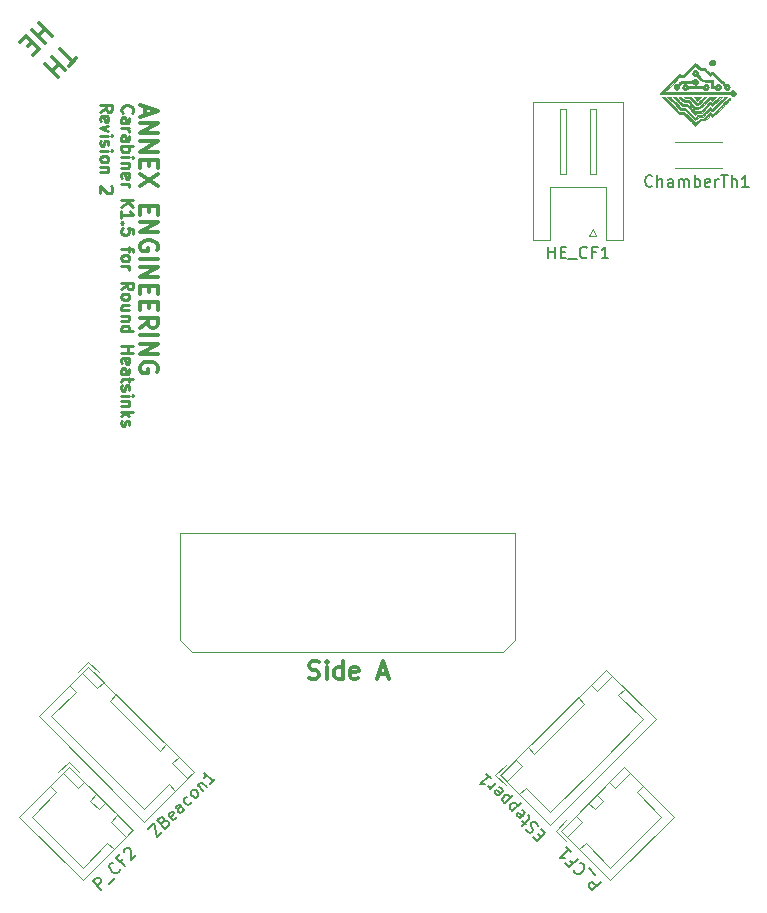
<source format=gbr>
%TF.GenerationSoftware,KiCad,Pcbnew,(6.0.8)*%
%TF.CreationDate,2023-01-17T07:54:29-05:00*%
%TF.ProjectId,K1+K2 Carabiner for Round Heatsinks,4b312b4b-3220-4436-9172-6162696e6572,rev?*%
%TF.SameCoordinates,Original*%
%TF.FileFunction,Legend,Top*%
%TF.FilePolarity,Positive*%
%FSLAX46Y46*%
G04 Gerber Fmt 4.6, Leading zero omitted, Abs format (unit mm)*
G04 Created by KiCad (PCBNEW (6.0.8)) date 2023-01-17 07:54:29*
%MOMM*%
%LPD*%
G01*
G04 APERTURE LIST*
%ADD10C,0.250000*%
%ADD11C,0.300000*%
%ADD12C,0.150000*%
%ADD13C,0.120000*%
%ADD14C,0.010000*%
G04 APERTURE END LIST*
D10*
X41330619Y-45752142D02*
X41806809Y-45418809D01*
X41330619Y-45180714D02*
X42330619Y-45180714D01*
X42330619Y-45561666D01*
X42283000Y-45656904D01*
X42235380Y-45704523D01*
X42140142Y-45752142D01*
X41997285Y-45752142D01*
X41902047Y-45704523D01*
X41854428Y-45656904D01*
X41806809Y-45561666D01*
X41806809Y-45180714D01*
X41378238Y-46561666D02*
X41330619Y-46466428D01*
X41330619Y-46275952D01*
X41378238Y-46180714D01*
X41473476Y-46133095D01*
X41854428Y-46133095D01*
X41949666Y-46180714D01*
X41997285Y-46275952D01*
X41997285Y-46466428D01*
X41949666Y-46561666D01*
X41854428Y-46609285D01*
X41759190Y-46609285D01*
X41663952Y-46133095D01*
X41997285Y-46942619D02*
X41330619Y-47180714D01*
X41997285Y-47418809D01*
X41330619Y-47799761D02*
X41997285Y-47799761D01*
X42330619Y-47799761D02*
X42283000Y-47752142D01*
X42235380Y-47799761D01*
X42283000Y-47847380D01*
X42330619Y-47799761D01*
X42235380Y-47799761D01*
X41378238Y-48228333D02*
X41330619Y-48323571D01*
X41330619Y-48514047D01*
X41378238Y-48609285D01*
X41473476Y-48656904D01*
X41521095Y-48656904D01*
X41616333Y-48609285D01*
X41663952Y-48514047D01*
X41663952Y-48371190D01*
X41711571Y-48275952D01*
X41806809Y-48228333D01*
X41854428Y-48228333D01*
X41949666Y-48275952D01*
X41997285Y-48371190D01*
X41997285Y-48514047D01*
X41949666Y-48609285D01*
X41330619Y-49085476D02*
X41997285Y-49085476D01*
X42330619Y-49085476D02*
X42283000Y-49037857D01*
X42235380Y-49085476D01*
X42283000Y-49133095D01*
X42330619Y-49085476D01*
X42235380Y-49085476D01*
X41330619Y-49704523D02*
X41378238Y-49609285D01*
X41425857Y-49561666D01*
X41521095Y-49514047D01*
X41806809Y-49514047D01*
X41902047Y-49561666D01*
X41949666Y-49609285D01*
X41997285Y-49704523D01*
X41997285Y-49847380D01*
X41949666Y-49942619D01*
X41902047Y-49990238D01*
X41806809Y-50037857D01*
X41521095Y-50037857D01*
X41425857Y-49990238D01*
X41378238Y-49942619D01*
X41330619Y-49847380D01*
X41330619Y-49704523D01*
X41997285Y-50466428D02*
X41330619Y-50466428D01*
X41902047Y-50466428D02*
X41949666Y-50514047D01*
X41997285Y-50609285D01*
X41997285Y-50752142D01*
X41949666Y-50847380D01*
X41854428Y-50895000D01*
X41330619Y-50895000D01*
X42235380Y-52085476D02*
X42283000Y-52133095D01*
X42330619Y-52228333D01*
X42330619Y-52466428D01*
X42283000Y-52561666D01*
X42235380Y-52609285D01*
X42140142Y-52656904D01*
X42044904Y-52656904D01*
X41902047Y-52609285D01*
X41330619Y-52037857D01*
X41330619Y-52656904D01*
D11*
X37203690Y-39320954D02*
X36143030Y-38260294D01*
X36648106Y-38765370D02*
X36042015Y-39371461D01*
X36597599Y-39927045D02*
X35536938Y-38866385D01*
X35536938Y-39876538D02*
X35183385Y-40230091D01*
X35587446Y-40937198D02*
X36092522Y-40432122D01*
X35031862Y-39371461D01*
X34526786Y-39876538D01*
X45110000Y-45348000D02*
X45110000Y-46062285D01*
X44681428Y-45205142D02*
X46181428Y-45705142D01*
X44681428Y-46205142D01*
X44681428Y-46705142D02*
X46181428Y-46705142D01*
X44681428Y-47562285D01*
X46181428Y-47562285D01*
X44681428Y-48276571D02*
X46181428Y-48276571D01*
X44681428Y-49133714D01*
X46181428Y-49133714D01*
X45467142Y-49848000D02*
X45467142Y-50348000D01*
X44681428Y-50562285D02*
X44681428Y-49848000D01*
X46181428Y-49848000D01*
X46181428Y-50562285D01*
X46181428Y-51062285D02*
X44681428Y-52062285D01*
X46181428Y-52062285D02*
X44681428Y-51062285D01*
X45467142Y-53776571D02*
X45467142Y-54276571D01*
X44681428Y-54490857D02*
X44681428Y-53776571D01*
X46181428Y-53776571D01*
X46181428Y-54490857D01*
X44681428Y-55133714D02*
X46181428Y-55133714D01*
X44681428Y-55990857D01*
X46181428Y-55990857D01*
X46110000Y-57490857D02*
X46181428Y-57348000D01*
X46181428Y-57133714D01*
X46110000Y-56919428D01*
X45967142Y-56776571D01*
X45824285Y-56705142D01*
X45538571Y-56633714D01*
X45324285Y-56633714D01*
X45038571Y-56705142D01*
X44895714Y-56776571D01*
X44752857Y-56919428D01*
X44681428Y-57133714D01*
X44681428Y-57276571D01*
X44752857Y-57490857D01*
X44824285Y-57562285D01*
X45324285Y-57562285D01*
X45324285Y-57276571D01*
X44681428Y-58205142D02*
X46181428Y-58205142D01*
X44681428Y-58919428D02*
X46181428Y-58919428D01*
X44681428Y-59776571D01*
X46181428Y-59776571D01*
X45467142Y-60490857D02*
X45467142Y-60990857D01*
X44681428Y-61205142D02*
X44681428Y-60490857D01*
X46181428Y-60490857D01*
X46181428Y-61205142D01*
X45467142Y-61848000D02*
X45467142Y-62348000D01*
X44681428Y-62562285D02*
X44681428Y-61848000D01*
X46181428Y-61848000D01*
X46181428Y-62562285D01*
X44681428Y-64062285D02*
X45395714Y-63562285D01*
X44681428Y-63205142D02*
X46181428Y-63205142D01*
X46181428Y-63776571D01*
X46110000Y-63919428D01*
X46038571Y-63990857D01*
X45895714Y-64062285D01*
X45681428Y-64062285D01*
X45538571Y-63990857D01*
X45467142Y-63919428D01*
X45395714Y-63776571D01*
X45395714Y-63205142D01*
X44681428Y-64705142D02*
X46181428Y-64705142D01*
X44681428Y-65419428D02*
X46181428Y-65419428D01*
X44681428Y-66276571D01*
X46181428Y-66276571D01*
X46110000Y-67776571D02*
X46181428Y-67633714D01*
X46181428Y-67419428D01*
X46110000Y-67205142D01*
X45967142Y-67062285D01*
X45824285Y-66990857D01*
X45538571Y-66919428D01*
X45324285Y-66919428D01*
X45038571Y-66990857D01*
X44895714Y-67062285D01*
X44752857Y-67205142D01*
X44681428Y-67419428D01*
X44681428Y-67562285D01*
X44752857Y-67776571D01*
X44824285Y-67848000D01*
X45324285Y-67848000D01*
X45324285Y-67562285D01*
D10*
X43203857Y-45848619D02*
X43156238Y-45801000D01*
X43108619Y-45658142D01*
X43108619Y-45562904D01*
X43156238Y-45420047D01*
X43251476Y-45324809D01*
X43346714Y-45277190D01*
X43537190Y-45229571D01*
X43680047Y-45229571D01*
X43870523Y-45277190D01*
X43965761Y-45324809D01*
X44061000Y-45420047D01*
X44108619Y-45562904D01*
X44108619Y-45658142D01*
X44061000Y-45801000D01*
X44013380Y-45848619D01*
X43108619Y-46705761D02*
X43632428Y-46705761D01*
X43727666Y-46658142D01*
X43775285Y-46562904D01*
X43775285Y-46372428D01*
X43727666Y-46277190D01*
X43156238Y-46705761D02*
X43108619Y-46610523D01*
X43108619Y-46372428D01*
X43156238Y-46277190D01*
X43251476Y-46229571D01*
X43346714Y-46229571D01*
X43441952Y-46277190D01*
X43489571Y-46372428D01*
X43489571Y-46610523D01*
X43537190Y-46705761D01*
X43108619Y-47181952D02*
X43775285Y-47181952D01*
X43584809Y-47181952D02*
X43680047Y-47229571D01*
X43727666Y-47277190D01*
X43775285Y-47372428D01*
X43775285Y-47467666D01*
X43108619Y-48229571D02*
X43632428Y-48229571D01*
X43727666Y-48181952D01*
X43775285Y-48086714D01*
X43775285Y-47896238D01*
X43727666Y-47801000D01*
X43156238Y-48229571D02*
X43108619Y-48134333D01*
X43108619Y-47896238D01*
X43156238Y-47801000D01*
X43251476Y-47753380D01*
X43346714Y-47753380D01*
X43441952Y-47801000D01*
X43489571Y-47896238D01*
X43489571Y-48134333D01*
X43537190Y-48229571D01*
X43108619Y-48705761D02*
X44108619Y-48705761D01*
X43727666Y-48705761D02*
X43775285Y-48801000D01*
X43775285Y-48991476D01*
X43727666Y-49086714D01*
X43680047Y-49134333D01*
X43584809Y-49181952D01*
X43299095Y-49181952D01*
X43203857Y-49134333D01*
X43156238Y-49086714D01*
X43108619Y-48991476D01*
X43108619Y-48801000D01*
X43156238Y-48705761D01*
X43108619Y-49610523D02*
X43775285Y-49610523D01*
X44108619Y-49610523D02*
X44061000Y-49562904D01*
X44013380Y-49610523D01*
X44061000Y-49658142D01*
X44108619Y-49610523D01*
X44013380Y-49610523D01*
X43775285Y-50086714D02*
X43108619Y-50086714D01*
X43680047Y-50086714D02*
X43727666Y-50134333D01*
X43775285Y-50229571D01*
X43775285Y-50372428D01*
X43727666Y-50467666D01*
X43632428Y-50515285D01*
X43108619Y-50515285D01*
X43156238Y-51372428D02*
X43108619Y-51277190D01*
X43108619Y-51086714D01*
X43156238Y-50991476D01*
X43251476Y-50943857D01*
X43632428Y-50943857D01*
X43727666Y-50991476D01*
X43775285Y-51086714D01*
X43775285Y-51277190D01*
X43727666Y-51372428D01*
X43632428Y-51420047D01*
X43537190Y-51420047D01*
X43441952Y-50943857D01*
X43108619Y-51848619D02*
X43775285Y-51848619D01*
X43584809Y-51848619D02*
X43680047Y-51896238D01*
X43727666Y-51943857D01*
X43775285Y-52039095D01*
X43775285Y-52134333D01*
X43108619Y-53229571D02*
X44108619Y-53229571D01*
X43108619Y-53801000D02*
X43680047Y-53372428D01*
X44108619Y-53801000D02*
X43537190Y-53229571D01*
X43108619Y-54753380D02*
X43108619Y-54181952D01*
X43108619Y-54467666D02*
X44108619Y-54467666D01*
X43965761Y-54372428D01*
X43870523Y-54277190D01*
X43822904Y-54181952D01*
X43203857Y-55181952D02*
X43156238Y-55229571D01*
X43108619Y-55181952D01*
X43156238Y-55134333D01*
X43203857Y-55181952D01*
X43108619Y-55181952D01*
X44108619Y-56134333D02*
X44108619Y-55658142D01*
X43632428Y-55610523D01*
X43680047Y-55658142D01*
X43727666Y-55753380D01*
X43727666Y-55991476D01*
X43680047Y-56086714D01*
X43632428Y-56134333D01*
X43537190Y-56181952D01*
X43299095Y-56181952D01*
X43203857Y-56134333D01*
X43156238Y-56086714D01*
X43108619Y-55991476D01*
X43108619Y-55753380D01*
X43156238Y-55658142D01*
X43203857Y-55610523D01*
X43775285Y-57229571D02*
X43775285Y-57610523D01*
X43108619Y-57372428D02*
X43965761Y-57372428D01*
X44061000Y-57420047D01*
X44108619Y-57515285D01*
X44108619Y-57610523D01*
X43108619Y-58086714D02*
X43156238Y-57991476D01*
X43203857Y-57943857D01*
X43299095Y-57896238D01*
X43584809Y-57896238D01*
X43680047Y-57943857D01*
X43727666Y-57991476D01*
X43775285Y-58086714D01*
X43775285Y-58229571D01*
X43727666Y-58324809D01*
X43680047Y-58372428D01*
X43584809Y-58420047D01*
X43299095Y-58420047D01*
X43203857Y-58372428D01*
X43156238Y-58324809D01*
X43108619Y-58229571D01*
X43108619Y-58086714D01*
X43108619Y-58848619D02*
X43775285Y-58848619D01*
X43584809Y-58848619D02*
X43680047Y-58896238D01*
X43727666Y-58943857D01*
X43775285Y-59039095D01*
X43775285Y-59134333D01*
X43108619Y-60800999D02*
X43584809Y-60467666D01*
X43108619Y-60229571D02*
X44108619Y-60229571D01*
X44108619Y-60610523D01*
X44061000Y-60705761D01*
X44013380Y-60753380D01*
X43918142Y-60800999D01*
X43775285Y-60800999D01*
X43680047Y-60753380D01*
X43632428Y-60705761D01*
X43584809Y-60610523D01*
X43584809Y-60229571D01*
X43108619Y-61372428D02*
X43156238Y-61277190D01*
X43203857Y-61229571D01*
X43299095Y-61181952D01*
X43584809Y-61181952D01*
X43680047Y-61229571D01*
X43727666Y-61277190D01*
X43775285Y-61372428D01*
X43775285Y-61515285D01*
X43727666Y-61610523D01*
X43680047Y-61658142D01*
X43584809Y-61705761D01*
X43299095Y-61705761D01*
X43203857Y-61658142D01*
X43156238Y-61610523D01*
X43108619Y-61515285D01*
X43108619Y-61372428D01*
X43775285Y-62562904D02*
X43108619Y-62562904D01*
X43775285Y-62134333D02*
X43251476Y-62134333D01*
X43156238Y-62181952D01*
X43108619Y-62277190D01*
X43108619Y-62420047D01*
X43156238Y-62515285D01*
X43203857Y-62562904D01*
X43775285Y-63039095D02*
X43108619Y-63039095D01*
X43680047Y-63039095D02*
X43727666Y-63086714D01*
X43775285Y-63181952D01*
X43775285Y-63324809D01*
X43727666Y-63420047D01*
X43632428Y-63467666D01*
X43108619Y-63467666D01*
X43108619Y-64372428D02*
X44108619Y-64372428D01*
X43156238Y-64372428D02*
X43108619Y-64277190D01*
X43108619Y-64086714D01*
X43156238Y-63991476D01*
X43203857Y-63943857D01*
X43299095Y-63896238D01*
X43584809Y-63896238D01*
X43680047Y-63943857D01*
X43727666Y-63991476D01*
X43775285Y-64086714D01*
X43775285Y-64277190D01*
X43727666Y-64372428D01*
X43108619Y-65610523D02*
X44108619Y-65610523D01*
X43632428Y-65610523D02*
X43632428Y-66181952D01*
X43108619Y-66181952D02*
X44108619Y-66181952D01*
X43156238Y-67039095D02*
X43108619Y-66943857D01*
X43108619Y-66753380D01*
X43156238Y-66658142D01*
X43251476Y-66610523D01*
X43632428Y-66610523D01*
X43727666Y-66658142D01*
X43775285Y-66753380D01*
X43775285Y-66943857D01*
X43727666Y-67039095D01*
X43632428Y-67086714D01*
X43537190Y-67086714D01*
X43441952Y-66610523D01*
X43108619Y-67943857D02*
X43632428Y-67943857D01*
X43727666Y-67896238D01*
X43775285Y-67800999D01*
X43775285Y-67610523D01*
X43727666Y-67515285D01*
X43156238Y-67943857D02*
X43108619Y-67848619D01*
X43108619Y-67610523D01*
X43156238Y-67515285D01*
X43251476Y-67467666D01*
X43346714Y-67467666D01*
X43441952Y-67515285D01*
X43489571Y-67610523D01*
X43489571Y-67848619D01*
X43537190Y-67943857D01*
X43775285Y-68277190D02*
X43775285Y-68658142D01*
X44108619Y-68420047D02*
X43251476Y-68420047D01*
X43156238Y-68467666D01*
X43108619Y-68562904D01*
X43108619Y-68658142D01*
X43156238Y-68943857D02*
X43108619Y-69039095D01*
X43108619Y-69229571D01*
X43156238Y-69324809D01*
X43251476Y-69372428D01*
X43299095Y-69372428D01*
X43394333Y-69324809D01*
X43441952Y-69229571D01*
X43441952Y-69086714D01*
X43489571Y-68991476D01*
X43584809Y-68943857D01*
X43632428Y-68943857D01*
X43727666Y-68991476D01*
X43775285Y-69086714D01*
X43775285Y-69229571D01*
X43727666Y-69324809D01*
X43108619Y-69800999D02*
X43775285Y-69800999D01*
X44108619Y-69800999D02*
X44061000Y-69753380D01*
X44013380Y-69800999D01*
X44061000Y-69848619D01*
X44108619Y-69800999D01*
X44013380Y-69800999D01*
X43775285Y-70277190D02*
X43108619Y-70277190D01*
X43680047Y-70277190D02*
X43727666Y-70324809D01*
X43775285Y-70420047D01*
X43775285Y-70562904D01*
X43727666Y-70658142D01*
X43632428Y-70705761D01*
X43108619Y-70705761D01*
X43108619Y-71181952D02*
X44108619Y-71181952D01*
X43489571Y-71277190D02*
X43108619Y-71562904D01*
X43775285Y-71562904D02*
X43394333Y-71181952D01*
X43156238Y-71943857D02*
X43108619Y-72039095D01*
X43108619Y-72229571D01*
X43156238Y-72324809D01*
X43251476Y-72372428D01*
X43299095Y-72372428D01*
X43394333Y-72324809D01*
X43441952Y-72229571D01*
X43441952Y-72086714D01*
X43489571Y-71991476D01*
X43584809Y-71943857D01*
X43632428Y-71943857D01*
X43727666Y-71991476D01*
X43775285Y-72086714D01*
X43775285Y-72229571D01*
X43727666Y-72324809D01*
D11*
X58988571Y-93717142D02*
X59202857Y-93788571D01*
X59560000Y-93788571D01*
X59702857Y-93717142D01*
X59774285Y-93645714D01*
X59845714Y-93502857D01*
X59845714Y-93360000D01*
X59774285Y-93217142D01*
X59702857Y-93145714D01*
X59560000Y-93074285D01*
X59274285Y-93002857D01*
X59131428Y-92931428D01*
X59060000Y-92860000D01*
X58988571Y-92717142D01*
X58988571Y-92574285D01*
X59060000Y-92431428D01*
X59131428Y-92360000D01*
X59274285Y-92288571D01*
X59631428Y-92288571D01*
X59845714Y-92360000D01*
X60488571Y-93788571D02*
X60488571Y-92788571D01*
X60488571Y-92288571D02*
X60417142Y-92360000D01*
X60488571Y-92431428D01*
X60560000Y-92360000D01*
X60488571Y-92288571D01*
X60488571Y-92431428D01*
X61845714Y-93788571D02*
X61845714Y-92288571D01*
X61845714Y-93717142D02*
X61702857Y-93788571D01*
X61417142Y-93788571D01*
X61274285Y-93717142D01*
X61202857Y-93645714D01*
X61131428Y-93502857D01*
X61131428Y-93074285D01*
X61202857Y-92931428D01*
X61274285Y-92860000D01*
X61417142Y-92788571D01*
X61702857Y-92788571D01*
X61845714Y-92860000D01*
X63131428Y-93717142D02*
X62988571Y-93788571D01*
X62702857Y-93788571D01*
X62560000Y-93717142D01*
X62488571Y-93574285D01*
X62488571Y-93002857D01*
X62560000Y-92860000D01*
X62702857Y-92788571D01*
X62988571Y-92788571D01*
X63131428Y-92860000D01*
X63202857Y-93002857D01*
X63202857Y-93145714D01*
X62488571Y-93288571D01*
X64917142Y-93360000D02*
X65631428Y-93360000D01*
X64774285Y-93788571D02*
X65274285Y-92288571D01*
X65774285Y-93788571D01*
X39285467Y-41251208D02*
X38679375Y-41857299D01*
X37921761Y-40493593D02*
X38982421Y-41554253D01*
X37265162Y-41150192D02*
X38325822Y-42210852D01*
X37820746Y-41705776D02*
X37214654Y-42311868D01*
X36659070Y-41756284D02*
X37719730Y-42816944D01*
D12*
%TO.C,P_CF2*%
X41416996Y-111622766D02*
X40709889Y-110915660D01*
X40979263Y-110646286D01*
X41080278Y-110612614D01*
X41147622Y-110612614D01*
X41248637Y-110646286D01*
X41349652Y-110747301D01*
X41383324Y-110848316D01*
X41383324Y-110915660D01*
X41349652Y-111016675D01*
X41080278Y-111286049D01*
X42023087Y-111151362D02*
X42561835Y-110612614D01*
X42999568Y-109905507D02*
X42999568Y-109972851D01*
X42932225Y-110107538D01*
X42864881Y-110174881D01*
X42730194Y-110242225D01*
X42595507Y-110242225D01*
X42494492Y-110208553D01*
X42326133Y-110107538D01*
X42225118Y-110006522D01*
X42124103Y-109838164D01*
X42090431Y-109737148D01*
X42090431Y-109602461D01*
X42157774Y-109467774D01*
X42225118Y-109400431D01*
X42359805Y-109333087D01*
X42427148Y-109333087D01*
X43235270Y-109063713D02*
X42999568Y-109299416D01*
X43369957Y-109669805D02*
X42662851Y-108962698D01*
X42999568Y-108625981D01*
X43302614Y-108457622D02*
X43302614Y-108390278D01*
X43336286Y-108289263D01*
X43504644Y-108120904D01*
X43605660Y-108087233D01*
X43673003Y-108087233D01*
X43774018Y-108120904D01*
X43841362Y-108188248D01*
X43908705Y-108322935D01*
X43908705Y-109131057D01*
X44346438Y-108693324D01*
%TO.C,EStepper1*%
X78641201Y-107190217D02*
X78405499Y-106954514D01*
X78674873Y-106483110D02*
X79011591Y-106819827D01*
X78304484Y-107526934D01*
X77967766Y-107190217D01*
X78371827Y-106247408D02*
X78304484Y-106112721D01*
X78136125Y-105944362D01*
X78035110Y-105910690D01*
X77967766Y-105910690D01*
X77866751Y-105944362D01*
X77799408Y-106011705D01*
X77765736Y-106112721D01*
X77765736Y-106180064D01*
X77799408Y-106281079D01*
X77900423Y-106449438D01*
X77934095Y-106550453D01*
X77934095Y-106617797D01*
X77900423Y-106718812D01*
X77833079Y-106786156D01*
X77732064Y-106819827D01*
X77664721Y-106819827D01*
X77563705Y-106786156D01*
X77395347Y-106617797D01*
X77328003Y-106483110D01*
X77328003Y-106079049D02*
X77058629Y-105809675D01*
X76991286Y-106213736D02*
X77597377Y-105607644D01*
X77631049Y-105506629D01*
X77597377Y-105405614D01*
X77530034Y-105338270D01*
X76991286Y-104866866D02*
X77092301Y-104900538D01*
X77226988Y-105035225D01*
X77260660Y-105136240D01*
X77226988Y-105237255D01*
X76957614Y-105506629D01*
X76856599Y-105540301D01*
X76755583Y-105506629D01*
X76620896Y-105371942D01*
X76587225Y-105270927D01*
X76620896Y-105169912D01*
X76688240Y-105102568D01*
X77092301Y-105371942D01*
X76216835Y-104967881D02*
X76923942Y-104260774D01*
X76250507Y-104934209D02*
X76149492Y-104900538D01*
X76014805Y-104765851D01*
X75981133Y-104664835D01*
X75981133Y-104597492D01*
X76014805Y-104496477D01*
X76216835Y-104294446D01*
X76317851Y-104260774D01*
X76385194Y-104260774D01*
X76486209Y-104294446D01*
X76620896Y-104429133D01*
X76654568Y-104530148D01*
X75577072Y-104328118D02*
X76284179Y-103621011D01*
X75610744Y-104294446D02*
X75509729Y-104260774D01*
X75375042Y-104126087D01*
X75341370Y-104025072D01*
X75341370Y-103957729D01*
X75375042Y-103856713D01*
X75577072Y-103654683D01*
X75678087Y-103621011D01*
X75745431Y-103621011D01*
X75846446Y-103654683D01*
X75981133Y-103789370D01*
X76014805Y-103890385D01*
X75105668Y-102981248D02*
X75206683Y-103014920D01*
X75341370Y-103149607D01*
X75375042Y-103250622D01*
X75341370Y-103351637D01*
X75071996Y-103621011D01*
X74970981Y-103654683D01*
X74869965Y-103621011D01*
X74735278Y-103486324D01*
X74701607Y-103385309D01*
X74735278Y-103284294D01*
X74802622Y-103216950D01*
X75206683Y-103486324D01*
X74802622Y-102610859D02*
X74331217Y-103082263D01*
X74465904Y-102947576D02*
X74364889Y-102981248D01*
X74297546Y-102981248D01*
X74196530Y-102947576D01*
X74129187Y-102880233D01*
X73994500Y-101802736D02*
X74398561Y-102206798D01*
X74196530Y-102004767D02*
X73489424Y-102711874D01*
X73657782Y-102678202D01*
X73792469Y-102678202D01*
X73893485Y-102711874D01*
%TO.C,ChamberTh1*%
X88059095Y-52046142D02*
X88011476Y-52093761D01*
X87868619Y-52141380D01*
X87773380Y-52141380D01*
X87630523Y-52093761D01*
X87535285Y-51998523D01*
X87487666Y-51903285D01*
X87440047Y-51712809D01*
X87440047Y-51569952D01*
X87487666Y-51379476D01*
X87535285Y-51284238D01*
X87630523Y-51189000D01*
X87773380Y-51141380D01*
X87868619Y-51141380D01*
X88011476Y-51189000D01*
X88059095Y-51236619D01*
X88487666Y-52141380D02*
X88487666Y-51141380D01*
X88916238Y-52141380D02*
X88916238Y-51617571D01*
X88868619Y-51522333D01*
X88773380Y-51474714D01*
X88630523Y-51474714D01*
X88535285Y-51522333D01*
X88487666Y-51569952D01*
X89821000Y-52141380D02*
X89821000Y-51617571D01*
X89773380Y-51522333D01*
X89678142Y-51474714D01*
X89487666Y-51474714D01*
X89392428Y-51522333D01*
X89821000Y-52093761D02*
X89725761Y-52141380D01*
X89487666Y-52141380D01*
X89392428Y-52093761D01*
X89344809Y-51998523D01*
X89344809Y-51903285D01*
X89392428Y-51808047D01*
X89487666Y-51760428D01*
X89725761Y-51760428D01*
X89821000Y-51712809D01*
X90297190Y-52141380D02*
X90297190Y-51474714D01*
X90297190Y-51569952D02*
X90344809Y-51522333D01*
X90440047Y-51474714D01*
X90582904Y-51474714D01*
X90678142Y-51522333D01*
X90725761Y-51617571D01*
X90725761Y-52141380D01*
X90725761Y-51617571D02*
X90773380Y-51522333D01*
X90868619Y-51474714D01*
X91011476Y-51474714D01*
X91106714Y-51522333D01*
X91154333Y-51617571D01*
X91154333Y-52141380D01*
X91630523Y-52141380D02*
X91630523Y-51141380D01*
X91630523Y-51522333D02*
X91725761Y-51474714D01*
X91916238Y-51474714D01*
X92011476Y-51522333D01*
X92059095Y-51569952D01*
X92106714Y-51665190D01*
X92106714Y-51950904D01*
X92059095Y-52046142D01*
X92011476Y-52093761D01*
X91916238Y-52141380D01*
X91725761Y-52141380D01*
X91630523Y-52093761D01*
X92916238Y-52093761D02*
X92821000Y-52141380D01*
X92630523Y-52141380D01*
X92535285Y-52093761D01*
X92487666Y-51998523D01*
X92487666Y-51617571D01*
X92535285Y-51522333D01*
X92630523Y-51474714D01*
X92821000Y-51474714D01*
X92916238Y-51522333D01*
X92963857Y-51617571D01*
X92963857Y-51712809D01*
X92487666Y-51808047D01*
X93392428Y-52141380D02*
X93392428Y-51474714D01*
X93392428Y-51665190D02*
X93440047Y-51569952D01*
X93487666Y-51522333D01*
X93582904Y-51474714D01*
X93678142Y-51474714D01*
X93868619Y-51141380D02*
X94440047Y-51141380D01*
X94154333Y-52141380D02*
X94154333Y-51141380D01*
X94773380Y-52141380D02*
X94773380Y-51141380D01*
X95201952Y-52141380D02*
X95201952Y-51617571D01*
X95154333Y-51522333D01*
X95059095Y-51474714D01*
X94916238Y-51474714D01*
X94821000Y-51522333D01*
X94773380Y-51569952D01*
X96201952Y-52141380D02*
X95630523Y-52141380D01*
X95916238Y-52141380D02*
X95916238Y-51141380D01*
X95821000Y-51284238D01*
X95725761Y-51379476D01*
X95630523Y-51427095D01*
%TO.C,ZBeacon1*%
X45381065Y-106498485D02*
X45852469Y-106027080D01*
X46088172Y-107205592D01*
X46559576Y-106734187D01*
X46694263Y-105858722D02*
X46828950Y-105791378D01*
X46896294Y-105791378D01*
X46997309Y-105825050D01*
X47098324Y-105926065D01*
X47131996Y-106027080D01*
X47131996Y-106094424D01*
X47098324Y-106195439D01*
X46828950Y-106464813D01*
X46121843Y-105757706D01*
X46357546Y-105522004D01*
X46458561Y-105488332D01*
X46525904Y-105488332D01*
X46626920Y-105522004D01*
X46694263Y-105589348D01*
X46727935Y-105690363D01*
X46727935Y-105757706D01*
X46694263Y-105858722D01*
X46458561Y-106094424D01*
X47771759Y-105454661D02*
X47738087Y-105555676D01*
X47603400Y-105690363D01*
X47502385Y-105724035D01*
X47401370Y-105690363D01*
X47131996Y-105420989D01*
X47098324Y-105319974D01*
X47131996Y-105218958D01*
X47266683Y-105084271D01*
X47367698Y-105050600D01*
X47468713Y-105084271D01*
X47536057Y-105151615D01*
X47266683Y-105555676D01*
X48445194Y-104848569D02*
X48074805Y-104478180D01*
X47973790Y-104444508D01*
X47872774Y-104478180D01*
X47738087Y-104612867D01*
X47704416Y-104713882D01*
X48411522Y-104814897D02*
X48377851Y-104915913D01*
X48209492Y-105084271D01*
X48108477Y-105117943D01*
X48007461Y-105084271D01*
X47940118Y-105016928D01*
X47906446Y-104915913D01*
X47940118Y-104814897D01*
X48108477Y-104646539D01*
X48142148Y-104545523D01*
X49051286Y-104175134D02*
X49017614Y-104276149D01*
X48882927Y-104410836D01*
X48781912Y-104444508D01*
X48714568Y-104444508D01*
X48613553Y-104410836D01*
X48411522Y-104208806D01*
X48377851Y-104107791D01*
X48377851Y-104040447D01*
X48411522Y-103939432D01*
X48546209Y-103804745D01*
X48647225Y-103771073D01*
X49489018Y-103804745D02*
X49388003Y-103838417D01*
X49320660Y-103838417D01*
X49219644Y-103804745D01*
X49017614Y-103602714D01*
X48983942Y-103501699D01*
X48983942Y-103434356D01*
X49017614Y-103333340D01*
X49118629Y-103232325D01*
X49219644Y-103198653D01*
X49286988Y-103198653D01*
X49388003Y-103232325D01*
X49590034Y-103434356D01*
X49623705Y-103535371D01*
X49623705Y-103602714D01*
X49590034Y-103703730D01*
X49489018Y-103804745D01*
X49556362Y-102794592D02*
X50027766Y-103265997D01*
X49623705Y-102861936D02*
X49623705Y-102794592D01*
X49657377Y-102693577D01*
X49758392Y-102592562D01*
X49859408Y-102558890D01*
X49960423Y-102592562D01*
X50330812Y-102962951D01*
X51037919Y-102255844D02*
X50633858Y-102659905D01*
X50835888Y-102457875D02*
X50128782Y-101750768D01*
X50162453Y-101919127D01*
X50162453Y-102053814D01*
X50128782Y-102154829D01*
%TO.C,HE_CF1*%
X79244190Y-58181380D02*
X79244190Y-57181380D01*
X79244190Y-57657571D02*
X79815619Y-57657571D01*
X79815619Y-58181380D02*
X79815619Y-57181380D01*
X80291809Y-57657571D02*
X80625142Y-57657571D01*
X80768000Y-58181380D02*
X80291809Y-58181380D01*
X80291809Y-57181380D01*
X80768000Y-57181380D01*
X80958476Y-58276619D02*
X81720380Y-58276619D01*
X82529904Y-58086142D02*
X82482285Y-58133761D01*
X82339428Y-58181380D01*
X82244190Y-58181380D01*
X82101333Y-58133761D01*
X82006095Y-58038523D01*
X81958476Y-57943285D01*
X81910857Y-57752809D01*
X81910857Y-57609952D01*
X81958476Y-57419476D01*
X82006095Y-57324238D01*
X82101333Y-57229000D01*
X82244190Y-57181380D01*
X82339428Y-57181380D01*
X82482285Y-57229000D01*
X82529904Y-57276619D01*
X83291809Y-57657571D02*
X82958476Y-57657571D01*
X82958476Y-58181380D02*
X82958476Y-57181380D01*
X83434666Y-57181380D01*
X84339428Y-58181380D02*
X83768000Y-58181380D01*
X84053714Y-58181380D02*
X84053714Y-57181380D01*
X83958476Y-57324238D01*
X83863238Y-57419476D01*
X83768000Y-57467095D01*
%TO.C,P_CF1*%
X83682766Y-110983003D02*
X82975660Y-111690110D01*
X82706286Y-111420736D01*
X82672614Y-111319721D01*
X82672614Y-111252377D01*
X82706286Y-111151362D01*
X82807301Y-111050347D01*
X82908316Y-111016675D01*
X82975660Y-111016675D01*
X83076675Y-111050347D01*
X83346049Y-111319721D01*
X83211362Y-110376912D02*
X82672614Y-109838164D01*
X81965507Y-109400431D02*
X82032851Y-109400431D01*
X82167538Y-109467774D01*
X82234881Y-109535118D01*
X82302225Y-109669805D01*
X82302225Y-109804492D01*
X82268553Y-109905507D01*
X82167538Y-110073866D01*
X82066522Y-110174881D01*
X81898164Y-110275896D01*
X81797148Y-110309568D01*
X81662461Y-110309568D01*
X81527774Y-110242225D01*
X81460431Y-110174881D01*
X81393087Y-110040194D01*
X81393087Y-109972851D01*
X81123713Y-109164729D02*
X81359416Y-109400431D01*
X81729805Y-109030042D02*
X81022698Y-109737148D01*
X80685981Y-109400431D01*
X80753324Y-108053561D02*
X81157385Y-108457622D01*
X80955355Y-108255591D02*
X80248248Y-108962698D01*
X80416607Y-108929026D01*
X80551294Y-108929026D01*
X80652309Y-108962698D01*
D13*
%TO.C,P_CF2*%
X40997742Y-103572918D02*
X40467412Y-104103249D01*
X39831016Y-110834905D02*
X44052443Y-106613478D01*
X39548173Y-101699086D02*
X38664289Y-100815202D01*
X37603629Y-103360786D02*
X35517664Y-105446751D01*
X42447311Y-108204468D02*
X41916981Y-107674138D01*
X38664289Y-101225324D02*
X34442862Y-105446751D01*
X34442862Y-105446751D02*
X39831016Y-110834905D01*
X42765509Y-105340685D02*
X42235179Y-105871016D01*
X40467412Y-104103249D02*
X41174518Y-104810355D01*
X37073299Y-102830456D02*
X37603629Y-103360786D01*
X39937082Y-102512258D02*
X38664289Y-101239466D01*
X35517664Y-105446751D02*
X37674340Y-107603427D01*
X41916981Y-107674138D02*
X39831016Y-109760103D01*
X38133959Y-101769796D02*
X39406751Y-103042588D01*
X38664289Y-101239466D02*
X38133959Y-101769796D01*
X38664289Y-100815202D02*
X37780406Y-101699086D01*
X39831016Y-109760103D02*
X37674340Y-107603427D01*
X41174518Y-104810355D02*
X41704848Y-104280025D01*
X43507971Y-107143808D02*
X44038301Y-106613478D01*
X39406751Y-103042588D02*
X39937082Y-102512258D01*
X42235179Y-105871016D02*
X43507971Y-107143808D01*
X44052443Y-106613478D02*
X38664289Y-101225324D01*
X44038301Y-106613478D02*
X42765509Y-105340685D01*
X41704848Y-104280025D02*
X40997742Y-103572918D01*
%TO.C,EStepper1*%
X75734796Y-102455041D02*
X77007588Y-101182249D01*
X85705002Y-94606155D02*
X85174672Y-95136486D01*
X74780202Y-101924711D02*
X75664086Y-102808594D01*
X81780559Y-95348618D02*
X77537918Y-99591258D01*
X82841219Y-94287957D02*
X83371549Y-94818288D01*
X85174672Y-95136486D02*
X87260637Y-97222451D01*
X88335439Y-97222451D02*
X84114012Y-93001023D01*
X78068249Y-100121588D02*
X82310889Y-95878948D01*
X77537918Y-99591258D02*
X78068249Y-100121588D01*
X75204466Y-101924711D02*
X75734796Y-102455041D01*
X76795456Y-103515701D02*
X77325786Y-102985371D01*
X77007588Y-101182249D02*
X76477258Y-100651918D01*
X77325786Y-102985371D02*
X79411751Y-105071336D01*
X84114012Y-93001023D02*
X75190324Y-101924711D01*
X75190324Y-101924711D02*
X79411751Y-106146138D01*
X84114012Y-93015165D02*
X82841219Y-94287957D01*
X82310889Y-95878948D02*
X81780559Y-95348618D01*
X83371549Y-94818288D02*
X84644342Y-93545495D01*
X76477258Y-100651918D02*
X75204466Y-101924711D01*
X84644342Y-93545495D02*
X84114012Y-93015165D01*
X79411751Y-105071336D02*
X83336194Y-101146893D01*
X87260637Y-97222451D02*
X83336194Y-101146893D01*
X79411751Y-106146138D02*
X88335439Y-97222451D01*
X75664086Y-101040827D02*
X74780202Y-101924711D01*
%TO.C,Carabiner_Input1*%
X75415000Y-91530000D02*
X49045000Y-91530000D01*
X76415000Y-90530000D02*
X75415000Y-91530000D01*
X48045000Y-90530000D02*
X48045000Y-81400000D01*
X48045000Y-81400000D02*
X76415000Y-81400000D01*
X76415000Y-81400000D02*
X76415000Y-90530000D01*
X49045000Y-91530000D02*
X48045000Y-90530000D01*
%TO.C,ChamberTh1*%
X93948000Y-48303000D02*
X89948000Y-48303000D01*
X89948000Y-50538000D02*
X93948000Y-50538000D01*
%TO.C,ZBeacon1*%
X49230416Y-101665131D02*
X47957624Y-100392338D01*
X38729880Y-94346575D02*
X39260210Y-94876905D01*
X36099443Y-96962870D02*
X45023130Y-105886558D01*
X45023130Y-105886558D02*
X49244558Y-101665131D01*
X41204754Y-93215205D02*
X40320870Y-92331321D01*
X49244558Y-101665131D02*
X40320870Y-92741443D01*
X40320870Y-92331321D02*
X39436987Y-93215205D01*
X47639426Y-103256121D02*
X47109095Y-102725791D01*
X41593663Y-94028377D02*
X40320870Y-92755585D01*
X47957624Y-100392338D02*
X47427293Y-100922668D01*
X39260210Y-94876905D02*
X37174245Y-96962870D01*
X46896963Y-99331678D02*
X42654323Y-95089037D01*
X37174245Y-96962870D02*
X41098688Y-100887313D01*
X40320870Y-92755585D02*
X39790540Y-93285915D01*
X46366633Y-99862008D02*
X46896963Y-99331678D01*
X47109095Y-102725791D02*
X45023130Y-104811756D01*
X39790540Y-93285915D02*
X41063332Y-94558707D01*
X48700086Y-102195461D02*
X49230416Y-101665131D01*
X47427293Y-100922668D02*
X48700086Y-102195461D01*
X40320870Y-92741443D02*
X36099443Y-96962870D01*
X42123993Y-95619368D02*
X46366633Y-99862008D01*
X41063332Y-94558707D02*
X41593663Y-94028377D01*
X45023130Y-104811756D02*
X41098688Y-100887313D01*
X42654323Y-95089037D02*
X42123993Y-95619368D01*
%TO.C,HE_CF1*%
X80768000Y-51029000D02*
X80768000Y-45529000D01*
X83018000Y-55729000D02*
X83318000Y-56329000D01*
X79378000Y-56639000D02*
X79378000Y-52139000D01*
X81768000Y-44919000D02*
X77958000Y-44919000D01*
X85578000Y-44919000D02*
X85578000Y-56639000D01*
X83268000Y-51029000D02*
X83268000Y-45529000D01*
X84158000Y-52139000D02*
X81768000Y-52139000D01*
X83318000Y-56329000D02*
X82718000Y-56329000D01*
X82768000Y-51029000D02*
X83268000Y-51029000D01*
X83268000Y-45529000D02*
X82768000Y-45529000D01*
X84158000Y-56639000D02*
X84158000Y-52139000D01*
X82718000Y-56329000D02*
X83018000Y-55729000D01*
X80768000Y-45529000D02*
X80268000Y-45529000D01*
X82768000Y-45529000D02*
X82768000Y-51029000D01*
X79378000Y-52139000D02*
X81768000Y-52139000D01*
X77958000Y-44919000D02*
X77958000Y-56639000D01*
X85578000Y-56639000D02*
X84158000Y-56639000D01*
X80268000Y-45529000D02*
X80268000Y-51029000D01*
X81768000Y-44919000D02*
X85578000Y-44919000D01*
X77958000Y-56639000D02*
X79378000Y-56639000D01*
X80268000Y-51029000D02*
X80768000Y-51029000D01*
%TO.C,P_CF1*%
X79875088Y-106628364D02*
X80758972Y-107512247D01*
X81572144Y-105355571D02*
X80299352Y-106628364D01*
X85673364Y-101240210D02*
X80285210Y-106628364D01*
X84400571Y-102527144D02*
X84930902Y-103057474D01*
X80829682Y-107158694D02*
X82102474Y-105885902D01*
X89894791Y-105461637D02*
X85673364Y-101240210D01*
X86203694Y-101784682D02*
X85673364Y-101254352D01*
X83163135Y-104825241D02*
X83870241Y-104118135D01*
X88819989Y-105461637D02*
X86663313Y-107618313D01*
X83870241Y-104118135D02*
X83339911Y-103587805D01*
X83339911Y-103587805D02*
X82632804Y-104294911D01*
X84506637Y-110849791D02*
X89894791Y-105461637D01*
X85673364Y-101254352D02*
X84400571Y-102527144D01*
X82102474Y-105885902D02*
X81572144Y-105355571D01*
X82632804Y-104294911D02*
X83163135Y-104825241D01*
X82420672Y-107689024D02*
X84506637Y-109774989D01*
X81890342Y-108219354D02*
X82420672Y-107689024D01*
X87264354Y-102845342D02*
X86734024Y-103375672D01*
X84506637Y-109774989D02*
X86663313Y-107618313D01*
X84930902Y-103057474D02*
X86203694Y-101784682D01*
X80285210Y-106628364D02*
X84506637Y-110849791D01*
X80758972Y-105744480D02*
X79875088Y-106628364D01*
X80299352Y-106628364D02*
X80829682Y-107158694D01*
X86734024Y-103375672D02*
X88819989Y-105461637D01*
%TO.C,LOGO2*%
G36*
X93271696Y-44508717D02*
G01*
X93368307Y-44513238D01*
X93428949Y-44521152D01*
X93443778Y-44528764D01*
X93424270Y-44558329D01*
X93374564Y-44611639D01*
X93307887Y-44676377D01*
X93237464Y-44740228D01*
X93176521Y-44790877D01*
X93138284Y-44816006D01*
X93134360Y-44816888D01*
X93103775Y-44798278D01*
X93054844Y-44752821D01*
X93048666Y-44746333D01*
X92999116Y-44698741D01*
X92966005Y-44676083D01*
X92964005Y-44675777D01*
X92939145Y-44694555D01*
X92880213Y-44747012D01*
X92793464Y-44827338D01*
X92685151Y-44929718D01*
X92561531Y-45048341D01*
X92524424Y-45084259D01*
X92103222Y-45492740D01*
X91862776Y-45493481D01*
X91622329Y-45494222D01*
X91088337Y-44958000D01*
X90708263Y-44958000D01*
X90495576Y-44744621D01*
X90408668Y-44656359D01*
X90338913Y-44583480D01*
X90294556Y-44534726D01*
X90282889Y-44519046D01*
X90307894Y-44512348D01*
X90370269Y-44510561D01*
X90394282Y-44511215D01*
X90463876Y-44520729D01*
X90525110Y-44549637D01*
X90595263Y-44607841D01*
X90640166Y-44652123D01*
X90713417Y-44724318D01*
X90768255Y-44765148D01*
X90825785Y-44783552D01*
X90907109Y-44788471D01*
X90962497Y-44788666D01*
X91150338Y-44788666D01*
X91430400Y-45070888D01*
X91710461Y-45353111D01*
X92019261Y-45353111D01*
X92438575Y-44933097D01*
X92857888Y-44513083D01*
X93150833Y-44508404D01*
X93271696Y-44508717D01*
G37*
D14*
X93271696Y-44508717D02*
X93368307Y-44513238D01*
X93428949Y-44521152D01*
X93443778Y-44528764D01*
X93424270Y-44558329D01*
X93374564Y-44611639D01*
X93307887Y-44676377D01*
X93237464Y-44740228D01*
X93176521Y-44790877D01*
X93138284Y-44816006D01*
X93134360Y-44816888D01*
X93103775Y-44798278D01*
X93054844Y-44752821D01*
X93048666Y-44746333D01*
X92999116Y-44698741D01*
X92966005Y-44676083D01*
X92964005Y-44675777D01*
X92939145Y-44694555D01*
X92880213Y-44747012D01*
X92793464Y-44827338D01*
X92685151Y-44929718D01*
X92561531Y-45048341D01*
X92524424Y-45084259D01*
X92103222Y-45492740D01*
X91862776Y-45493481D01*
X91622329Y-45494222D01*
X91088337Y-44958000D01*
X90708263Y-44958000D01*
X90495576Y-44744621D01*
X90408668Y-44656359D01*
X90338913Y-44583480D01*
X90294556Y-44534726D01*
X90282889Y-44519046D01*
X90307894Y-44512348D01*
X90370269Y-44510561D01*
X90394282Y-44511215D01*
X90463876Y-44520729D01*
X90525110Y-44549637D01*
X90595263Y-44607841D01*
X90640166Y-44652123D01*
X90713417Y-44724318D01*
X90768255Y-44765148D01*
X90825785Y-44783552D01*
X90907109Y-44788471D01*
X90962497Y-44788666D01*
X91150338Y-44788666D01*
X91430400Y-45070888D01*
X91710461Y-45353111D01*
X92019261Y-45353111D01*
X92438575Y-44933097D01*
X92857888Y-44513083D01*
X93150833Y-44508404D01*
X93271696Y-44508717D01*
G36*
X91593722Y-44760444D02*
G01*
X91693179Y-44855967D01*
X91779460Y-44935086D01*
X91844081Y-44990286D01*
X91878558Y-45014053D01*
X91880501Y-45014444D01*
X91909707Y-44995253D01*
X91969307Y-44942873D01*
X92050880Y-44865096D01*
X92146006Y-44769714D01*
X92155030Y-44760444D01*
X92261213Y-44652896D01*
X92338442Y-44580416D01*
X92395759Y-44536336D01*
X92442208Y-44513985D01*
X92486833Y-44506695D01*
X92499449Y-44506444D01*
X92564315Y-44511938D01*
X92596379Y-44525426D01*
X92597111Y-44528071D01*
X92578105Y-44554370D01*
X92525612Y-44612992D01*
X92446416Y-44696710D01*
X92347300Y-44798297D01*
X92279169Y-44866738D01*
X92140974Y-45003636D01*
X92033586Y-45101761D01*
X91947195Y-45161532D01*
X91871989Y-45183368D01*
X91798156Y-45167688D01*
X91715887Y-45114910D01*
X91615368Y-45025455D01*
X91487610Y-44900551D01*
X91200111Y-44617325D01*
X91024872Y-44622739D01*
X90892963Y-44616849D01*
X90804701Y-44590830D01*
X90764632Y-44546270D01*
X90762666Y-44531211D01*
X90788906Y-44520878D01*
X90859714Y-44512659D01*
X90963225Y-44507580D01*
X91048690Y-44506444D01*
X91334714Y-44506444D01*
X91593722Y-44760444D01*
G37*
X91593722Y-44760444D02*
X91693179Y-44855967D01*
X91779460Y-44935086D01*
X91844081Y-44990286D01*
X91878558Y-45014053D01*
X91880501Y-45014444D01*
X91909707Y-44995253D01*
X91969307Y-44942873D01*
X92050880Y-44865096D01*
X92146006Y-44769714D01*
X92155030Y-44760444D01*
X92261213Y-44652896D01*
X92338442Y-44580416D01*
X92395759Y-44536336D01*
X92442208Y-44513985D01*
X92486833Y-44506695D01*
X92499449Y-44506444D01*
X92564315Y-44511938D01*
X92596379Y-44525426D01*
X92597111Y-44528071D01*
X92578105Y-44554370D01*
X92525612Y-44612992D01*
X92446416Y-44696710D01*
X92347300Y-44798297D01*
X92279169Y-44866738D01*
X92140974Y-45003636D01*
X92033586Y-45101761D01*
X91947195Y-45161532D01*
X91871989Y-45183368D01*
X91798156Y-45167688D01*
X91715887Y-45114910D01*
X91615368Y-45025455D01*
X91487610Y-44900551D01*
X91200111Y-44617325D01*
X91024872Y-44622739D01*
X90892963Y-44616849D01*
X90804701Y-44590830D01*
X90764632Y-44546270D01*
X90762666Y-44531211D01*
X90788906Y-44520878D01*
X90859714Y-44512659D01*
X90963225Y-44507580D01*
X91048690Y-44506444D01*
X91334714Y-44506444D01*
X91593722Y-44760444D01*
G36*
X92916566Y-41496770D02*
G01*
X92921959Y-41486101D01*
X92995977Y-41392677D01*
X93089334Y-41348727D01*
X93191465Y-41355854D01*
X93291807Y-41415657D01*
X93304837Y-41428051D01*
X93372798Y-41527727D01*
X93390992Y-41630719D01*
X93363222Y-41725302D01*
X93293289Y-41799754D01*
X93184996Y-41842351D01*
X93169685Y-41844755D01*
X93087700Y-41849802D01*
X93029987Y-41830458D01*
X92967535Y-41776762D01*
X92965362Y-41774593D01*
X92898685Y-41686882D01*
X92885012Y-41609692D01*
X93064467Y-41609692D01*
X93084738Y-41652560D01*
X93140611Y-41682573D01*
X93187304Y-41663085D01*
X93200961Y-41639342D01*
X93204888Y-41577435D01*
X93162090Y-41545841D01*
X93134687Y-41543111D01*
X93082283Y-41563553D01*
X93064467Y-41609692D01*
X92885012Y-41609692D01*
X92883201Y-41599471D01*
X92916566Y-41496770D01*
G37*
X92916566Y-41496770D02*
X92921959Y-41486101D01*
X92995977Y-41392677D01*
X93089334Y-41348727D01*
X93191465Y-41355854D01*
X93291807Y-41415657D01*
X93304837Y-41428051D01*
X93372798Y-41527727D01*
X93390992Y-41630719D01*
X93363222Y-41725302D01*
X93293289Y-41799754D01*
X93184996Y-41842351D01*
X93169685Y-41844755D01*
X93087700Y-41849802D01*
X93029987Y-41830458D01*
X92967535Y-41776762D01*
X92965362Y-41774593D01*
X92898685Y-41686882D01*
X92885012Y-41609692D01*
X93064467Y-41609692D01*
X93084738Y-41652560D01*
X93140611Y-41682573D01*
X93187304Y-41663085D01*
X93200961Y-41639342D01*
X93204888Y-41577435D01*
X93162090Y-41545841D01*
X93134687Y-41543111D01*
X93082283Y-41563553D01*
X93064467Y-41609692D01*
X92885012Y-41609692D01*
X92883201Y-41599471D01*
X92916566Y-41496770D01*
G36*
X89028508Y-44508946D02*
G01*
X89060531Y-44519195D01*
X89099294Y-44541304D01*
X89149506Y-44579387D01*
X89215875Y-44637558D01*
X89303108Y-44719929D01*
X89415914Y-44830615D01*
X89559000Y-44973728D01*
X89725241Y-45141422D01*
X90353444Y-45776400D01*
X90751596Y-45776444D01*
X91212520Y-46242111D01*
X91344055Y-46374242D01*
X91462526Y-46491811D01*
X91562163Y-46589206D01*
X91637195Y-46660820D01*
X91681851Y-46701042D01*
X91691593Y-46707777D01*
X91718162Y-46689014D01*
X91774181Y-46638736D01*
X91849822Y-46565962D01*
X91891555Y-46524333D01*
X92073369Y-46340888D01*
X92440828Y-46340888D01*
X92701924Y-46080878D01*
X92963021Y-45820867D01*
X93149487Y-46001597D01*
X93851621Y-45296354D01*
X94015568Y-45132549D01*
X94167651Y-44982261D01*
X94303151Y-44850025D01*
X94417350Y-44740377D01*
X94505531Y-44657851D01*
X94562974Y-44606983D01*
X94584378Y-44592008D01*
X94630290Y-44608500D01*
X94662900Y-44629309D01*
X94671658Y-44641949D01*
X94669000Y-44662075D01*
X94651567Y-44693425D01*
X94616000Y-44739734D01*
X94558940Y-44804741D01*
X94477028Y-44892183D01*
X94366905Y-45005796D01*
X94225211Y-45149318D01*
X94048588Y-45326486D01*
X93927762Y-45447186D01*
X93144724Y-46228660D01*
X93052818Y-46138805D01*
X92960912Y-46048949D01*
X92743109Y-46265474D01*
X92525307Y-46482000D01*
X92154873Y-46482000D01*
X91926656Y-46707777D01*
X91835395Y-46797304D01*
X91759798Y-46870033D01*
X91708210Y-46918031D01*
X91689164Y-46933531D01*
X91667507Y-46914431D01*
X91611500Y-46860734D01*
X91526634Y-46777829D01*
X91418400Y-46671102D01*
X91292289Y-46545939D01*
X91186000Y-46439935D01*
X90692111Y-45946363D01*
X90494344Y-45946070D01*
X90296576Y-45945777D01*
X89598288Y-45247070D01*
X89435600Y-45083706D01*
X89286345Y-44932718D01*
X89155061Y-44798783D01*
X89046286Y-44686576D01*
X88964555Y-44600774D01*
X88914408Y-44546052D01*
X88900000Y-44527403D01*
X88924826Y-44513530D01*
X88985844Y-44506618D01*
X88998519Y-44506444D01*
X89028508Y-44508946D01*
G37*
X89028508Y-44508946D02*
X89060531Y-44519195D01*
X89099294Y-44541304D01*
X89149506Y-44579387D01*
X89215875Y-44637558D01*
X89303108Y-44719929D01*
X89415914Y-44830615D01*
X89559000Y-44973728D01*
X89725241Y-45141422D01*
X90353444Y-45776400D01*
X90751596Y-45776444D01*
X91212520Y-46242111D01*
X91344055Y-46374242D01*
X91462526Y-46491811D01*
X91562163Y-46589206D01*
X91637195Y-46660820D01*
X91681851Y-46701042D01*
X91691593Y-46707777D01*
X91718162Y-46689014D01*
X91774181Y-46638736D01*
X91849822Y-46565962D01*
X91891555Y-46524333D01*
X92073369Y-46340888D01*
X92440828Y-46340888D01*
X92701924Y-46080878D01*
X92963021Y-45820867D01*
X93149487Y-46001597D01*
X93851621Y-45296354D01*
X94015568Y-45132549D01*
X94167651Y-44982261D01*
X94303151Y-44850025D01*
X94417350Y-44740377D01*
X94505531Y-44657851D01*
X94562974Y-44606983D01*
X94584378Y-44592008D01*
X94630290Y-44608500D01*
X94662900Y-44629309D01*
X94671658Y-44641949D01*
X94669000Y-44662075D01*
X94651567Y-44693425D01*
X94616000Y-44739734D01*
X94558940Y-44804741D01*
X94477028Y-44892183D01*
X94366905Y-45005796D01*
X94225211Y-45149318D01*
X94048588Y-45326486D01*
X93927762Y-45447186D01*
X93144724Y-46228660D01*
X93052818Y-46138805D01*
X92960912Y-46048949D01*
X92743109Y-46265474D01*
X92525307Y-46482000D01*
X92154873Y-46482000D01*
X91926656Y-46707777D01*
X91835395Y-46797304D01*
X91759798Y-46870033D01*
X91708210Y-46918031D01*
X91689164Y-46933531D01*
X91667507Y-46914431D01*
X91611500Y-46860734D01*
X91526634Y-46777829D01*
X91418400Y-46671102D01*
X91292289Y-46545939D01*
X91186000Y-46439935D01*
X90692111Y-45946363D01*
X90494344Y-45946070D01*
X90296576Y-45945777D01*
X89598288Y-45247070D01*
X89435600Y-45083706D01*
X89286345Y-44932718D01*
X89155061Y-44798783D01*
X89046286Y-44686576D01*
X88964555Y-44600774D01*
X88914408Y-44546052D01*
X88900000Y-44527403D01*
X88924826Y-44513530D01*
X88985844Y-44506618D01*
X88998519Y-44506444D01*
X89028508Y-44508946D01*
G36*
X89918490Y-43510565D02*
G01*
X89993486Y-43453481D01*
X90088554Y-43434000D01*
X90148231Y-43424357D01*
X90212286Y-43390207D01*
X90293597Y-43323715D01*
X90338258Y-43282100D01*
X90401286Y-43221981D01*
X91613647Y-43221981D01*
X91620858Y-43253992D01*
X91654817Y-43286838D01*
X91700699Y-43280517D01*
X91737406Y-43241641D01*
X91745351Y-43214989D01*
X91739781Y-43165261D01*
X91697628Y-43151777D01*
X91634335Y-43171042D01*
X91613647Y-43221981D01*
X90401286Y-43221981D01*
X90497508Y-43130201D01*
X90965157Y-43129192D01*
X91137571Y-43128583D01*
X91262808Y-43126769D01*
X91350134Y-43122486D01*
X91408817Y-43114465D01*
X91448123Y-43101441D01*
X91477319Y-43082147D01*
X91505674Y-43055316D01*
X91505676Y-43055313D01*
X91599561Y-42993051D01*
X91698094Y-42977625D01*
X91790877Y-43001784D01*
X91867512Y-43058280D01*
X91917601Y-43139864D01*
X91930748Y-43239286D01*
X91904613Y-43333455D01*
X91837199Y-43418822D01*
X91744377Y-43465141D01*
X91642088Y-43470022D01*
X91546274Y-43431076D01*
X91504853Y-43393355D01*
X91480018Y-43366250D01*
X91453391Y-43346946D01*
X91415638Y-43334120D01*
X91357426Y-43326447D01*
X91269418Y-43322604D01*
X91142281Y-43321267D01*
X90995526Y-43321111D01*
X90548344Y-43321111D01*
X90438157Y-43433952D01*
X90373072Y-43506648D01*
X90341289Y-43565343D01*
X90332838Y-43632278D01*
X90333779Y-43666785D01*
X90323291Y-43782515D01*
X90274616Y-43861828D01*
X90187029Y-43912668D01*
X90121180Y-43934803D01*
X90076504Y-43936520D01*
X90028889Y-43922068D01*
X89936969Y-43864864D01*
X89881506Y-43782540D01*
X89860963Y-43687667D01*
X89861165Y-43686168D01*
X90031364Y-43686168D01*
X90045265Y-43733977D01*
X90058830Y-43745507D01*
X90117125Y-43757118D01*
X90157653Y-43725160D01*
X90164436Y-43677352D01*
X90135346Y-43626879D01*
X90099831Y-43617444D01*
X90052263Y-43638858D01*
X90031364Y-43686168D01*
X89861165Y-43686168D01*
X89873804Y-43592817D01*
X89918490Y-43510565D01*
G37*
X89918490Y-43510565D02*
X89993486Y-43453481D01*
X90088554Y-43434000D01*
X90148231Y-43424357D01*
X90212286Y-43390207D01*
X90293597Y-43323715D01*
X90338258Y-43282100D01*
X90401286Y-43221981D01*
X91613647Y-43221981D01*
X91620858Y-43253992D01*
X91654817Y-43286838D01*
X91700699Y-43280517D01*
X91737406Y-43241641D01*
X91745351Y-43214989D01*
X91739781Y-43165261D01*
X91697628Y-43151777D01*
X91634335Y-43171042D01*
X91613647Y-43221981D01*
X90401286Y-43221981D01*
X90497508Y-43130201D01*
X90965157Y-43129192D01*
X91137571Y-43128583D01*
X91262808Y-43126769D01*
X91350134Y-43122486D01*
X91408817Y-43114465D01*
X91448123Y-43101441D01*
X91477319Y-43082147D01*
X91505674Y-43055316D01*
X91505676Y-43055313D01*
X91599561Y-42993051D01*
X91698094Y-42977625D01*
X91790877Y-43001784D01*
X91867512Y-43058280D01*
X91917601Y-43139864D01*
X91930748Y-43239286D01*
X91904613Y-43333455D01*
X91837199Y-43418822D01*
X91744377Y-43465141D01*
X91642088Y-43470022D01*
X91546274Y-43431076D01*
X91504853Y-43393355D01*
X91480018Y-43366250D01*
X91453391Y-43346946D01*
X91415638Y-43334120D01*
X91357426Y-43326447D01*
X91269418Y-43322604D01*
X91142281Y-43321267D01*
X90995526Y-43321111D01*
X90548344Y-43321111D01*
X90438157Y-43433952D01*
X90373072Y-43506648D01*
X90341289Y-43565343D01*
X90332838Y-43632278D01*
X90333779Y-43666785D01*
X90323291Y-43782515D01*
X90274616Y-43861828D01*
X90187029Y-43912668D01*
X90121180Y-43934803D01*
X90076504Y-43936520D01*
X90028889Y-43922068D01*
X89936969Y-43864864D01*
X89881506Y-43782540D01*
X89860963Y-43687667D01*
X89861165Y-43686168D01*
X90031364Y-43686168D01*
X90045265Y-43733977D01*
X90058830Y-43745507D01*
X90117125Y-43757118D01*
X90157653Y-43725160D01*
X90164436Y-43677352D01*
X90135346Y-43626879D01*
X90099831Y-43617444D01*
X90052263Y-43638858D01*
X90031364Y-43686168D01*
X89861165Y-43686168D01*
X89873804Y-43592817D01*
X89918490Y-43510565D01*
G36*
X90630696Y-43555938D02*
G01*
X90667737Y-43508404D01*
X90765015Y-43444656D01*
X90869804Y-43434927D01*
X90974039Y-43478984D01*
X91021008Y-43518666D01*
X91105675Y-43603333D01*
X92310547Y-43603333D01*
X92395213Y-43518666D01*
X92490088Y-43453956D01*
X92587147Y-43436321D01*
X92677719Y-43457830D01*
X92753132Y-43510552D01*
X92804717Y-43586554D01*
X92823800Y-43677905D01*
X92801711Y-43776673D01*
X92755328Y-43848062D01*
X92668534Y-43911513D01*
X92565936Y-43932161D01*
X92465319Y-43909930D01*
X92388253Y-43849636D01*
X92326879Y-43772666D01*
X91699995Y-43772666D01*
X91473383Y-43773939D01*
X91295441Y-43777697D01*
X91168175Y-43783849D01*
X91093590Y-43792302D01*
X91073111Y-43801303D01*
X91050214Y-43834607D01*
X90994766Y-43876646D01*
X90926628Y-43915212D01*
X90865662Y-43938094D01*
X90847333Y-43940105D01*
X90787398Y-43928457D01*
X90744519Y-43914015D01*
X90657213Y-43851889D01*
X90607122Y-43760841D01*
X90599063Y-43675743D01*
X90770075Y-43675743D01*
X90791187Y-43730692D01*
X90824214Y-43765754D01*
X90850545Y-43762816D01*
X90888625Y-43727343D01*
X90917584Y-43682399D01*
X92515164Y-43682399D01*
X92522650Y-43730333D01*
X92555704Y-43769404D01*
X92601586Y-43754556D01*
X92625035Y-43730692D01*
X92646470Y-43674317D01*
X92629502Y-43624293D01*
X92583000Y-43603333D01*
X92535772Y-43626728D01*
X92515164Y-43682399D01*
X90917584Y-43682399D01*
X90917674Y-43682260D01*
X90901296Y-43642676D01*
X90852791Y-43608494D01*
X90828881Y-43603333D01*
X90784865Y-43625350D01*
X90770075Y-43675743D01*
X90599063Y-43675743D01*
X90597274Y-43656861D01*
X90630696Y-43555938D01*
G37*
X90630696Y-43555938D02*
X90667737Y-43508404D01*
X90765015Y-43444656D01*
X90869804Y-43434927D01*
X90974039Y-43478984D01*
X91021008Y-43518666D01*
X91105675Y-43603333D01*
X92310547Y-43603333D01*
X92395213Y-43518666D01*
X92490088Y-43453956D01*
X92587147Y-43436321D01*
X92677719Y-43457830D01*
X92753132Y-43510552D01*
X92804717Y-43586554D01*
X92823800Y-43677905D01*
X92801711Y-43776673D01*
X92755328Y-43848062D01*
X92668534Y-43911513D01*
X92565936Y-43932161D01*
X92465319Y-43909930D01*
X92388253Y-43849636D01*
X92326879Y-43772666D01*
X91699995Y-43772666D01*
X91473383Y-43773939D01*
X91295441Y-43777697D01*
X91168175Y-43783849D01*
X91093590Y-43792302D01*
X91073111Y-43801303D01*
X91050214Y-43834607D01*
X90994766Y-43876646D01*
X90926628Y-43915212D01*
X90865662Y-43938094D01*
X90847333Y-43940105D01*
X90787398Y-43928457D01*
X90744519Y-43914015D01*
X90657213Y-43851889D01*
X90607122Y-43760841D01*
X90599063Y-43675743D01*
X90770075Y-43675743D01*
X90791187Y-43730692D01*
X90824214Y-43765754D01*
X90850545Y-43762816D01*
X90888625Y-43727343D01*
X90917584Y-43682399D01*
X92515164Y-43682399D01*
X92522650Y-43730333D01*
X92555704Y-43769404D01*
X92601586Y-43754556D01*
X92625035Y-43730692D01*
X92646470Y-43674317D01*
X92629502Y-43624293D01*
X92583000Y-43603333D01*
X92535772Y-43626728D01*
X92515164Y-43682399D01*
X90917584Y-43682399D01*
X90917674Y-43682260D01*
X90901296Y-43642676D01*
X90852791Y-43608494D01*
X90828881Y-43603333D01*
X90784865Y-43625350D01*
X90770075Y-43675743D01*
X90599063Y-43675743D01*
X90597274Y-43656861D01*
X90630696Y-43555938D01*
G36*
X91859157Y-44510946D02*
G01*
X91978580Y-44512062D01*
X92073600Y-44514579D01*
X92132355Y-44518085D01*
X92145555Y-44520913D01*
X92127789Y-44544564D01*
X92081073Y-44597924D01*
X92015286Y-44669730D01*
X92011135Y-44674179D01*
X91876714Y-44818102D01*
X91724736Y-44664212D01*
X91572758Y-44510323D01*
X91859157Y-44510946D01*
G37*
X91859157Y-44510946D02*
X91978580Y-44512062D01*
X92073600Y-44514579D01*
X92132355Y-44518085D01*
X92145555Y-44520913D01*
X92127789Y-44544564D01*
X92081073Y-44597924D01*
X92015286Y-44669730D01*
X92011135Y-44674179D01*
X91876714Y-44818102D01*
X91724736Y-44664212D01*
X91572758Y-44510323D01*
X91859157Y-44510946D01*
G36*
X89518273Y-44514361D02*
G01*
X89554648Y-44529787D01*
X89600113Y-44560778D01*
X89660553Y-44612005D01*
X89741852Y-44688143D01*
X89849893Y-44793864D01*
X89990561Y-44933840D01*
X90027462Y-44970686D01*
X90496288Y-45438903D01*
X90678866Y-45440541D01*
X90861444Y-45442180D01*
X91271431Y-45849623D01*
X91681418Y-46257067D01*
X91806474Y-46129644D01*
X91875865Y-46061511D01*
X91929391Y-46023393D01*
X91988420Y-46006575D01*
X92074322Y-46002343D01*
X92118934Y-46002222D01*
X92306338Y-46002222D01*
X92626658Y-45677558D01*
X92946979Y-45352895D01*
X93040783Y-45443813D01*
X93134586Y-45534731D01*
X93651285Y-45018599D01*
X93808317Y-44861972D01*
X93930984Y-44740839D01*
X94024798Y-44650744D01*
X94095271Y-44587232D01*
X94147912Y-44545847D01*
X94188235Y-44522135D01*
X94221751Y-44511640D01*
X94253970Y-44509907D01*
X94278578Y-44511511D01*
X94389173Y-44520555D01*
X93773065Y-45127333D01*
X93619260Y-45278413D01*
X93478157Y-45416257D01*
X93354820Y-45535979D01*
X93254313Y-45632691D01*
X93181700Y-45701506D01*
X93142046Y-45737536D01*
X93136463Y-45741708D01*
X93105438Y-45728383D01*
X93056426Y-45685758D01*
X93049176Y-45678208D01*
X92995695Y-45630033D01*
X92954341Y-45607364D01*
X92951495Y-45607111D01*
X92921416Y-45626140D01*
X92860020Y-45678389D01*
X92775328Y-45756604D01*
X92675365Y-45853527D01*
X92639444Y-45889333D01*
X92358281Y-46171555D01*
X91991970Y-46171555D01*
X91678732Y-46481525D01*
X91242207Y-46044318D01*
X90805683Y-45607111D01*
X90438111Y-45606009D01*
X89888996Y-45063282D01*
X89339880Y-44520555D01*
X89449258Y-44511512D01*
X89485105Y-44509827D01*
X89518273Y-44514361D01*
G37*
X89518273Y-44514361D02*
X89554648Y-44529787D01*
X89600113Y-44560778D01*
X89660553Y-44612005D01*
X89741852Y-44688143D01*
X89849893Y-44793864D01*
X89990561Y-44933840D01*
X90027462Y-44970686D01*
X90496288Y-45438903D01*
X90678866Y-45440541D01*
X90861444Y-45442180D01*
X91271431Y-45849623D01*
X91681418Y-46257067D01*
X91806474Y-46129644D01*
X91875865Y-46061511D01*
X91929391Y-46023393D01*
X91988420Y-46006575D01*
X92074322Y-46002343D01*
X92118934Y-46002222D01*
X92306338Y-46002222D01*
X92626658Y-45677558D01*
X92946979Y-45352895D01*
X93040783Y-45443813D01*
X93134586Y-45534731D01*
X93651285Y-45018599D01*
X93808317Y-44861972D01*
X93930984Y-44740839D01*
X94024798Y-44650744D01*
X94095271Y-44587232D01*
X94147912Y-44545847D01*
X94188235Y-44522135D01*
X94221751Y-44511640D01*
X94253970Y-44509907D01*
X94278578Y-44511511D01*
X94389173Y-44520555D01*
X93773065Y-45127333D01*
X93619260Y-45278413D01*
X93478157Y-45416257D01*
X93354820Y-45535979D01*
X93254313Y-45632691D01*
X93181700Y-45701506D01*
X93142046Y-45737536D01*
X93136463Y-45741708D01*
X93105438Y-45728383D01*
X93056426Y-45685758D01*
X93049176Y-45678208D01*
X92995695Y-45630033D01*
X92954341Y-45607364D01*
X92951495Y-45607111D01*
X92921416Y-45626140D01*
X92860020Y-45678389D01*
X92775328Y-45756604D01*
X92675365Y-45853527D01*
X92639444Y-45889333D01*
X92358281Y-46171555D01*
X91991970Y-46171555D01*
X91678732Y-46481525D01*
X91242207Y-46044318D01*
X90805683Y-45607111D01*
X90438111Y-45606009D01*
X89888996Y-45063282D01*
X89339880Y-44520555D01*
X89449258Y-44511512D01*
X89485105Y-44509827D01*
X89518273Y-44514361D01*
G36*
X93810084Y-44510786D02*
G01*
X93812780Y-44510943D01*
X93926226Y-44517637D01*
X93130778Y-45310777D01*
X93044459Y-45215330D01*
X92958139Y-45119883D01*
X92600844Y-45476386D01*
X92243548Y-45832888D01*
X92058721Y-45832888D01*
X91955021Y-45835366D01*
X91888351Y-45846902D01*
X91839372Y-45873655D01*
X91792778Y-45917555D01*
X91738836Y-45970226D01*
X91701767Y-45999831D01*
X91695775Y-46002190D01*
X91671515Y-45983343D01*
X91613923Y-45931040D01*
X91529714Y-45851606D01*
X91425601Y-45751364D01*
X91321273Y-45649412D01*
X90962658Y-45296666D01*
X90578438Y-45296666D01*
X90204885Y-44922343D01*
X90087429Y-44803514D01*
X89985119Y-44697847D01*
X89904182Y-44611952D01*
X89850846Y-44552440D01*
X89831336Y-44525919D01*
X89831333Y-44525821D01*
X89856166Y-44514446D01*
X89918253Y-44512906D01*
X89944095Y-44514898D01*
X89992274Y-44523293D01*
X90039074Y-44542363D01*
X90092793Y-44578424D01*
X90161729Y-44637792D01*
X90254180Y-44726783D01*
X90353816Y-44826753D01*
X90650775Y-45127333D01*
X90844237Y-45127333D01*
X90947811Y-45128858D01*
X91014880Y-45138636D01*
X91065380Y-45164467D01*
X91119251Y-45214153D01*
X91150756Y-45247277D01*
X91220983Y-45320078D01*
X91316371Y-45416698D01*
X91421568Y-45521656D01*
X91478166Y-45577447D01*
X91692520Y-45787673D01*
X91758579Y-45725614D01*
X91807923Y-45689822D01*
X91870863Y-45670775D01*
X91965637Y-45663918D01*
X92007147Y-45663555D01*
X92189657Y-45663555D01*
X92563710Y-45282555D01*
X92681912Y-45163304D01*
X92787132Y-45059322D01*
X92872856Y-44976868D01*
X92932574Y-44922202D01*
X92959773Y-44901583D01*
X92960073Y-44901555D01*
X92992716Y-44920244D01*
X93042712Y-44965866D01*
X93048666Y-44972111D01*
X93101308Y-45020004D01*
X93141027Y-45042435D01*
X93143561Y-45042666D01*
X93172884Y-45023514D01*
X93233036Y-44971074D01*
X93315856Y-44892865D01*
X93413178Y-44796409D01*
X93435753Y-44773458D01*
X93543289Y-44664507D01*
X93620746Y-44589995D01*
X93677140Y-44543643D01*
X93721484Y-44519176D01*
X93762794Y-44510316D01*
X93810084Y-44510786D01*
G37*
X93810084Y-44510786D02*
X93812780Y-44510943D01*
X93926226Y-44517637D01*
X93130778Y-45310777D01*
X93044459Y-45215330D01*
X92958139Y-45119883D01*
X92600844Y-45476386D01*
X92243548Y-45832888D01*
X92058721Y-45832888D01*
X91955021Y-45835366D01*
X91888351Y-45846902D01*
X91839372Y-45873655D01*
X91792778Y-45917555D01*
X91738836Y-45970226D01*
X91701767Y-45999831D01*
X91695775Y-46002190D01*
X91671515Y-45983343D01*
X91613923Y-45931040D01*
X91529714Y-45851606D01*
X91425601Y-45751364D01*
X91321273Y-45649412D01*
X90962658Y-45296666D01*
X90578438Y-45296666D01*
X90204885Y-44922343D01*
X90087429Y-44803514D01*
X89985119Y-44697847D01*
X89904182Y-44611952D01*
X89850846Y-44552440D01*
X89831336Y-44525919D01*
X89831333Y-44525821D01*
X89856166Y-44514446D01*
X89918253Y-44512906D01*
X89944095Y-44514898D01*
X89992274Y-44523293D01*
X90039074Y-44542363D01*
X90092793Y-44578424D01*
X90161729Y-44637792D01*
X90254180Y-44726783D01*
X90353816Y-44826753D01*
X90650775Y-45127333D01*
X90844237Y-45127333D01*
X90947811Y-45128858D01*
X91014880Y-45138636D01*
X91065380Y-45164467D01*
X91119251Y-45214153D01*
X91150756Y-45247277D01*
X91220983Y-45320078D01*
X91316371Y-45416698D01*
X91421568Y-45521656D01*
X91478166Y-45577447D01*
X91692520Y-45787673D01*
X91758579Y-45725614D01*
X91807923Y-45689822D01*
X91870863Y-45670775D01*
X91965637Y-45663918D01*
X92007147Y-45663555D01*
X92189657Y-45663555D01*
X92563710Y-45282555D01*
X92681912Y-45163304D01*
X92787132Y-45059322D01*
X92872856Y-44976868D01*
X92932574Y-44922202D01*
X92959773Y-44901583D01*
X92960073Y-44901555D01*
X92992716Y-44920244D01*
X93042712Y-44965866D01*
X93048666Y-44972111D01*
X93101308Y-45020004D01*
X93141027Y-45042435D01*
X93143561Y-45042666D01*
X93172884Y-45023514D01*
X93233036Y-44971074D01*
X93315856Y-44892865D01*
X93413178Y-44796409D01*
X93435753Y-44773458D01*
X93543289Y-44664507D01*
X93620746Y-44589995D01*
X93677140Y-44543643D01*
X93721484Y-44519176D01*
X93762794Y-44510316D01*
X93810084Y-44510786D01*
G36*
X90314382Y-42612566D02*
G01*
X90489135Y-42624944D01*
X90663889Y-42637322D01*
X91174583Y-42130833D01*
X91685277Y-41624345D01*
X91914613Y-41851839D01*
X92143948Y-42079333D01*
X92520365Y-42079333D01*
X92728626Y-42291000D01*
X92816548Y-42378289D01*
X92890716Y-42448076D01*
X92941907Y-42491909D01*
X92959635Y-42502666D01*
X92992589Y-42483965D01*
X93042746Y-42438319D01*
X93048666Y-42432111D01*
X93099925Y-42384351D01*
X93136688Y-42361818D01*
X93139015Y-42361555D01*
X93164631Y-42380682D01*
X93224662Y-42434619D01*
X93313674Y-42518199D01*
X93426234Y-42626256D01*
X93556908Y-42753622D01*
X93700263Y-42895132D01*
X93702926Y-42897777D01*
X93865066Y-43058404D01*
X93992772Y-43183407D01*
X94091374Y-43277223D01*
X94166201Y-43344287D01*
X94222584Y-43389037D01*
X94265852Y-43415907D01*
X94301335Y-43429336D01*
X94334363Y-43433758D01*
X94347154Y-43434000D01*
X94459388Y-43455651D01*
X94539844Y-43512731D01*
X94587635Y-43593426D01*
X94601876Y-43685923D01*
X94581678Y-43778411D01*
X94526156Y-43859075D01*
X94434424Y-43916104D01*
X94384400Y-43930264D01*
X94317806Y-43933587D01*
X94257244Y-43906892D01*
X94203245Y-43863291D01*
X94141570Y-43798651D01*
X94115936Y-43736735D01*
X94113991Y-43686168D01*
X94292920Y-43686168D01*
X94306821Y-43733977D01*
X94320386Y-43745507D01*
X94378680Y-43757118D01*
X94419209Y-43725160D01*
X94425992Y-43677352D01*
X94396901Y-43626879D01*
X94361386Y-43617444D01*
X94313819Y-43638858D01*
X94292920Y-43686168D01*
X94113991Y-43686168D01*
X94113291Y-43667984D01*
X94113292Y-43631995D01*
X94107088Y-43598191D01*
X94090037Y-43560825D01*
X94057498Y-43514151D01*
X94004827Y-43452422D01*
X93927382Y-43369892D01*
X93820521Y-43260815D01*
X93679601Y-43119443D01*
X93630560Y-43070444D01*
X93143403Y-42583884D01*
X93053136Y-42676211D01*
X92962870Y-42768537D01*
X92701849Y-42508602D01*
X92440828Y-42248666D01*
X92068456Y-42248666D01*
X91880675Y-42059030D01*
X91692893Y-41869394D01*
X91220422Y-42341252D01*
X90747950Y-42813111D01*
X90355931Y-42813111D01*
X89705577Y-43462054D01*
X89055222Y-44110998D01*
X91853258Y-44111165D01*
X92317100Y-44111118D01*
X92727681Y-44110884D01*
X93088187Y-44110416D01*
X93401802Y-44109667D01*
X93671710Y-44108588D01*
X93901095Y-44107132D01*
X94093143Y-44105251D01*
X94251036Y-44102897D01*
X94377960Y-44100023D01*
X94477099Y-44096581D01*
X94551637Y-44092522D01*
X94604758Y-44087800D01*
X94639648Y-44082367D01*
X94659490Y-44076174D01*
X94667468Y-44069174D01*
X94667555Y-44068958D01*
X94702303Y-44029594D01*
X94766894Y-43987298D01*
X94780423Y-43980514D01*
X94846246Y-43953296D01*
X94896721Y-43951393D01*
X94960144Y-43975790D01*
X94984366Y-43987611D01*
X95080579Y-44061037D01*
X95128203Y-44155558D01*
X95125459Y-44260726D01*
X95070566Y-44366092D01*
X95052437Y-44387061D01*
X94966622Y-44442088D01*
X94865852Y-44449174D01*
X94763558Y-44409167D01*
X94709564Y-44365461D01*
X94625026Y-44280923D01*
X91647750Y-44273739D01*
X88670475Y-44266555D01*
X88724832Y-44211864D01*
X94800873Y-44211864D01*
X94823500Y-44256293D01*
X94875297Y-44276484D01*
X94890040Y-44275590D01*
X94943238Y-44247585D01*
X94953666Y-44210497D01*
X94931237Y-44162074D01*
X94880572Y-44141405D01*
X94826608Y-44157302D01*
X94819921Y-44163234D01*
X94800873Y-44211864D01*
X88724832Y-44211864D01*
X89492428Y-43439560D01*
X90314382Y-42612566D01*
G37*
X90314382Y-42612566D02*
X90489135Y-42624944D01*
X90663889Y-42637322D01*
X91174583Y-42130833D01*
X91685277Y-41624345D01*
X91914613Y-41851839D01*
X92143948Y-42079333D01*
X92520365Y-42079333D01*
X92728626Y-42291000D01*
X92816548Y-42378289D01*
X92890716Y-42448076D01*
X92941907Y-42491909D01*
X92959635Y-42502666D01*
X92992589Y-42483965D01*
X93042746Y-42438319D01*
X93048666Y-42432111D01*
X93099925Y-42384351D01*
X93136688Y-42361818D01*
X93139015Y-42361555D01*
X93164631Y-42380682D01*
X93224662Y-42434619D01*
X93313674Y-42518199D01*
X93426234Y-42626256D01*
X93556908Y-42753622D01*
X93700263Y-42895132D01*
X93702926Y-42897777D01*
X93865066Y-43058404D01*
X93992772Y-43183407D01*
X94091374Y-43277223D01*
X94166201Y-43344287D01*
X94222584Y-43389037D01*
X94265852Y-43415907D01*
X94301335Y-43429336D01*
X94334363Y-43433758D01*
X94347154Y-43434000D01*
X94459388Y-43455651D01*
X94539844Y-43512731D01*
X94587635Y-43593426D01*
X94601876Y-43685923D01*
X94581678Y-43778411D01*
X94526156Y-43859075D01*
X94434424Y-43916104D01*
X94384400Y-43930264D01*
X94317806Y-43933587D01*
X94257244Y-43906892D01*
X94203245Y-43863291D01*
X94141570Y-43798651D01*
X94115936Y-43736735D01*
X94113991Y-43686168D01*
X94292920Y-43686168D01*
X94306821Y-43733977D01*
X94320386Y-43745507D01*
X94378680Y-43757118D01*
X94419209Y-43725160D01*
X94425992Y-43677352D01*
X94396901Y-43626879D01*
X94361386Y-43617444D01*
X94313819Y-43638858D01*
X94292920Y-43686168D01*
X94113991Y-43686168D01*
X94113291Y-43667984D01*
X94113292Y-43631995D01*
X94107088Y-43598191D01*
X94090037Y-43560825D01*
X94057498Y-43514151D01*
X94004827Y-43452422D01*
X93927382Y-43369892D01*
X93820521Y-43260815D01*
X93679601Y-43119443D01*
X93630560Y-43070444D01*
X93143403Y-42583884D01*
X93053136Y-42676211D01*
X92962870Y-42768537D01*
X92701849Y-42508602D01*
X92440828Y-42248666D01*
X92068456Y-42248666D01*
X91880675Y-42059030D01*
X91692893Y-41869394D01*
X91220422Y-42341252D01*
X90747950Y-42813111D01*
X90355931Y-42813111D01*
X89705577Y-43462054D01*
X89055222Y-44110998D01*
X91853258Y-44111165D01*
X92317100Y-44111118D01*
X92727681Y-44110884D01*
X93088187Y-44110416D01*
X93401802Y-44109667D01*
X93671710Y-44108588D01*
X93901095Y-44107132D01*
X94093143Y-44105251D01*
X94251036Y-44102897D01*
X94377960Y-44100023D01*
X94477099Y-44096581D01*
X94551637Y-44092522D01*
X94604758Y-44087800D01*
X94639648Y-44082367D01*
X94659490Y-44076174D01*
X94667468Y-44069174D01*
X94667555Y-44068958D01*
X94702303Y-44029594D01*
X94766894Y-43987298D01*
X94780423Y-43980514D01*
X94846246Y-43953296D01*
X94896721Y-43951393D01*
X94960144Y-43975790D01*
X94984366Y-43987611D01*
X95080579Y-44061037D01*
X95128203Y-44155558D01*
X95125459Y-44260726D01*
X95070566Y-44366092D01*
X95052437Y-44387061D01*
X94966622Y-44442088D01*
X94865852Y-44449174D01*
X94763558Y-44409167D01*
X94709564Y-44365461D01*
X94625026Y-44280923D01*
X91647750Y-44273739D01*
X88670475Y-44266555D01*
X88724832Y-44211864D01*
X94800873Y-44211864D01*
X94823500Y-44256293D01*
X94875297Y-44276484D01*
X94890040Y-44275590D01*
X94943238Y-44247585D01*
X94953666Y-44210497D01*
X94931237Y-44162074D01*
X94880572Y-44141405D01*
X94826608Y-44157302D01*
X94819921Y-44163234D01*
X94800873Y-44211864D01*
X88724832Y-44211864D01*
X89492428Y-43439560D01*
X90314382Y-42612566D01*
G36*
X93034555Y-43222333D02*
G01*
X92660190Y-43214455D01*
X92285825Y-43206578D01*
X92041866Y-42967511D01*
X91936176Y-42865469D01*
X91859858Y-42797274D01*
X91803009Y-42756230D01*
X91755726Y-42735644D01*
X91708107Y-42728821D01*
X91688226Y-42728444D01*
X91577477Y-42706358D01*
X91497775Y-42648140D01*
X91450780Y-42565850D01*
X91440383Y-42488203D01*
X91613647Y-42488203D01*
X91620858Y-42520215D01*
X91654817Y-42553060D01*
X91700699Y-42546739D01*
X91737406Y-42507863D01*
X91745351Y-42481211D01*
X91739781Y-42431483D01*
X91697628Y-42418000D01*
X91634335Y-42437264D01*
X91613647Y-42488203D01*
X91440383Y-42488203D01*
X91438152Y-42471546D01*
X91461552Y-42377290D01*
X91522641Y-42295140D01*
X91620696Y-42237993D01*
X91683081Y-42233611D01*
X91763450Y-42248425D01*
X91771594Y-42250989D01*
X91857859Y-42305552D01*
X91915700Y-42392338D01*
X91934105Y-42491839D01*
X91928472Y-42528912D01*
X91928190Y-42564929D01*
X91949212Y-42609881D01*
X91997437Y-42671997D01*
X92078762Y-42759509D01*
X92133900Y-42815581D01*
X92355898Y-43038888D01*
X93218000Y-43038888D01*
X93218000Y-43321111D01*
X93218475Y-43449191D01*
X93221564Y-43531131D01*
X93229765Y-43577235D01*
X93245574Y-43597806D01*
X93271488Y-43603151D01*
X93286384Y-43603333D01*
X93350787Y-43583440D01*
X93423749Y-43533369D01*
X93439436Y-43518666D01*
X93532811Y-43455284D01*
X93629240Y-43437839D01*
X93719983Y-43458579D01*
X93796297Y-43509752D01*
X93849443Y-43583604D01*
X93870681Y-43672383D01*
X93851269Y-43768337D01*
X93803611Y-43841678D01*
X93708853Y-43912382D01*
X93600943Y-43929802D01*
X93488494Y-43892734D01*
X93479055Y-43887065D01*
X93419818Y-43843355D01*
X93388708Y-43807099D01*
X93387333Y-43801303D01*
X93361513Y-43785763D01*
X93293522Y-43775481D01*
X93219022Y-43772666D01*
X93050710Y-43772666D01*
X93048354Y-43692370D01*
X93560425Y-43692370D01*
X93580306Y-43740364D01*
X93589167Y-43747097D01*
X93636939Y-43750604D01*
X93677188Y-43717146D01*
X93691935Y-43665229D01*
X93687611Y-43645769D01*
X93649029Y-43610634D01*
X93620576Y-43608627D01*
X93575871Y-43639540D01*
X93560425Y-43692370D01*
X93048354Y-43692370D01*
X93042633Y-43497500D01*
X93034555Y-43222333D01*
G37*
X93034555Y-43222333D02*
X92660190Y-43214455D01*
X92285825Y-43206578D01*
X92041866Y-42967511D01*
X91936176Y-42865469D01*
X91859858Y-42797274D01*
X91803009Y-42756230D01*
X91755726Y-42735644D01*
X91708107Y-42728821D01*
X91688226Y-42728444D01*
X91577477Y-42706358D01*
X91497775Y-42648140D01*
X91450780Y-42565850D01*
X91440383Y-42488203D01*
X91613647Y-42488203D01*
X91620858Y-42520215D01*
X91654817Y-42553060D01*
X91700699Y-42546739D01*
X91737406Y-42507863D01*
X91745351Y-42481211D01*
X91739781Y-42431483D01*
X91697628Y-42418000D01*
X91634335Y-42437264D01*
X91613647Y-42488203D01*
X91440383Y-42488203D01*
X91438152Y-42471546D01*
X91461552Y-42377290D01*
X91522641Y-42295140D01*
X91620696Y-42237993D01*
X91683081Y-42233611D01*
X91763450Y-42248425D01*
X91771594Y-42250989D01*
X91857859Y-42305552D01*
X91915700Y-42392338D01*
X91934105Y-42491839D01*
X91928472Y-42528912D01*
X91928190Y-42564929D01*
X91949212Y-42609881D01*
X91997437Y-42671997D01*
X92078762Y-42759509D01*
X92133900Y-42815581D01*
X92355898Y-43038888D01*
X93218000Y-43038888D01*
X93218000Y-43321111D01*
X93218475Y-43449191D01*
X93221564Y-43531131D01*
X93229765Y-43577235D01*
X93245574Y-43597806D01*
X93271488Y-43603151D01*
X93286384Y-43603333D01*
X93350787Y-43583440D01*
X93423749Y-43533369D01*
X93439436Y-43518666D01*
X93532811Y-43455284D01*
X93629240Y-43437839D01*
X93719983Y-43458579D01*
X93796297Y-43509752D01*
X93849443Y-43583604D01*
X93870681Y-43672383D01*
X93851269Y-43768337D01*
X93803611Y-43841678D01*
X93708853Y-43912382D01*
X93600943Y-43929802D01*
X93488494Y-43892734D01*
X93479055Y-43887065D01*
X93419818Y-43843355D01*
X93388708Y-43807099D01*
X93387333Y-43801303D01*
X93361513Y-43785763D01*
X93293522Y-43775481D01*
X93219022Y-43772666D01*
X93050710Y-43772666D01*
X93048354Y-43692370D01*
X93560425Y-43692370D01*
X93580306Y-43740364D01*
X93589167Y-43747097D01*
X93636939Y-43750604D01*
X93677188Y-43717146D01*
X93691935Y-43665229D01*
X93687611Y-43645769D01*
X93649029Y-43610634D01*
X93620576Y-43608627D01*
X93575871Y-43639540D01*
X93560425Y-43692370D01*
X93048354Y-43692370D01*
X93042633Y-43497500D01*
X93034555Y-43222333D01*
%TD*%
M02*

</source>
